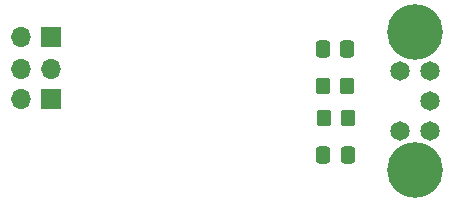
<source format=gbr>
%TF.GenerationSoftware,KiCad,Pcbnew,8.0.9*%
%TF.CreationDate,2025-02-20T19:36:29+00:00*%
%TF.ProjectId,Rotary Encoder,526f7461-7279-4204-956e-636f6465722e,rev?*%
%TF.SameCoordinates,Original*%
%TF.FileFunction,Soldermask,Top*%
%TF.FilePolarity,Negative*%
%FSLAX46Y46*%
G04 Gerber Fmt 4.6, Leading zero omitted, Abs format (unit mm)*
G04 Created by KiCad (PCBNEW 8.0.9) date 2025-02-20 19:36:29*
%MOMM*%
%LPD*%
G01*
G04 APERTURE LIST*
G04 Aperture macros list*
%AMRoundRect*
0 Rectangle with rounded corners*
0 $1 Rounding radius*
0 $2 $3 $4 $5 $6 $7 $8 $9 X,Y pos of 4 corners*
0 Add a 4 corners polygon primitive as box body*
4,1,4,$2,$3,$4,$5,$6,$7,$8,$9,$2,$3,0*
0 Add four circle primitives for the rounded corners*
1,1,$1+$1,$2,$3*
1,1,$1+$1,$4,$5*
1,1,$1+$1,$6,$7*
1,1,$1+$1,$8,$9*
0 Add four rect primitives between the rounded corners*
20,1,$1+$1,$2,$3,$4,$5,0*
20,1,$1+$1,$4,$5,$6,$7,0*
20,1,$1+$1,$6,$7,$8,$9,0*
20,1,$1+$1,$8,$9,$2,$3,0*%
G04 Aperture macros list end*
%ADD10R,1.700000X1.700000*%
%ADD11O,1.700000X1.700000*%
%ADD12RoundRect,0.250000X-0.350000X-0.450000X0.350000X-0.450000X0.350000X0.450000X-0.350000X0.450000X0*%
%ADD13RoundRect,0.250000X-0.337500X-0.475000X0.337500X-0.475000X0.337500X0.475000X-0.337500X0.475000X0*%
%ADD14C,1.650000*%
%ADD15C,4.710000*%
%ADD16RoundRect,0.250000X0.337500X0.475000X-0.337500X0.475000X-0.337500X-0.475000X0.337500X-0.475000X0*%
G04 APERTURE END LIST*
D10*
%TO.C,JK1*%
X115722400Y-112191800D03*
D11*
X113182400Y-112191800D03*
%TD*%
D10*
%TO.C,J7*%
X115733600Y-117454600D03*
D11*
X113193600Y-117454600D03*
X115733600Y-114914600D03*
X113193600Y-114914600D03*
%TD*%
D12*
%TO.C,R1*%
X138801600Y-116332000D03*
X140801600Y-116332000D03*
%TD*%
%TO.C,R2*%
X138852400Y-119024400D03*
X140852400Y-119024400D03*
%TD*%
D13*
%TO.C,C2*%
X138789500Y-122224800D03*
X140864500Y-122224800D03*
%TD*%
D14*
%TO.C,B1*%
X147799600Y-120182000D03*
X147799600Y-117642000D03*
X147799600Y-115102000D03*
X145299600Y-115102000D03*
X145299600Y-120182000D03*
D15*
X146549600Y-111792000D03*
X146549600Y-123492000D03*
%TD*%
D16*
%TO.C,C1*%
X140813700Y-113182400D03*
X138738700Y-113182400D03*
%TD*%
M02*

</source>
